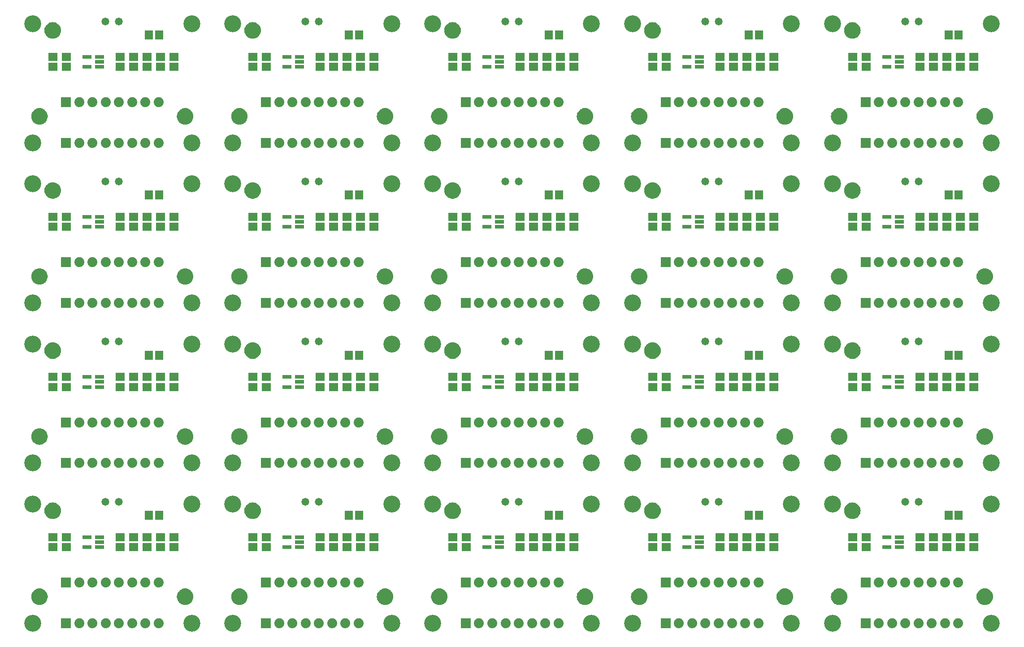
<source format=gbr>
G04 Panel Editor  V12.2 (Build 1133) Date:  Mon Apr 13 15:19:44 2020 *
G04 Database: C:\Users\sergey\Documents\EAGLE\projects\Led_amp\export\CAMOutputs\Panel\Led_amp.cam *
G04 Layer 10: soldermask_top.gbr *
%FSLAX34Y34*%
%MOMM*%
%SFA1.000B1.000*%

%MIA0B0*%
%IPPOS*%
%ADD24C,3.20320*%
%ADD25C,1.47320*%
%ADD26R,1.87960X1.87960*%
%ADD27C,1.87960*%
%ADD28R,1.70320X1.50320*%
%ADD29R,1.50320X1.70320*%
%ADD72R,1.67640X0.76200*%
%LNsoldermask_top.gbr*%
%SRX1Y1I0J0*%
%LPD*%
%SRX5Y4I37.754J30.254*%
G36*
X310638Y88715D02*
G01X310642Y88781D01*
X310638Y88825*
X310866Y91430*
X310882Y91494*
X310885Y91539*
X311562Y94064*
X311588Y94125*
X311600Y94168*
X312705Y96538*
X312741Y96593*
X312760Y96634*
X314260Y98776*
X314305Y98824*
X314331Y98860*
X316180Y100709*
X316233Y100749*
X316264Y100780*
X318406Y102280*
X318465Y102309*
X318502Y102335*
X320872Y103440*
X320935Y103459*
X320976Y103478*
X323501Y104155*
X323567Y104162*
X323610Y104174*
X326215Y104402*
X326281Y104398*
X326325Y104402*
X328930Y104174*
X328994Y104159*
X329039Y104155*
X331564Y103478*
X331625Y103452*
X331668Y103440*
X334038Y102335*
X334093Y102299*
X334134Y102280*
X336276Y100780*
X336324Y100735*
X336360Y100709*
X338209Y98860*
X338249Y98807*
X338280Y98776*
X339780Y96634*
X339809Y96575*
X339835Y96538*
X340940Y94168*
X340959Y94105*
X340978Y94064*
X341655Y91539*
X341662Y91473*
X341674Y91430*
X341902Y88825*
X341898Y88759*
X341902Y88715*
X341674Y86110*
X341659Y86046*
X341655Y86001*
X340978Y83476*
X340952Y83415*
X340940Y83372*
X339835Y81002*
X339799Y80947*
X339780Y80906*
X338280Y78764*
X338235Y78716*
X338209Y78680*
X336360Y76831*
X336307Y76791*
X336276Y76760*
X334134Y75260*
X334075Y75231*
X334038Y75205*
X331668Y74100*
X331605Y74081*
X331564Y74062*
X329039Y73385*
X328973Y73378*
X328930Y73366*
X326325Y73138*
X326259Y73142*
X326215Y73138*
X323610Y73366*
X323546Y73382*
X323501Y73385*
X320976Y74062*
X320915Y74088*
X320872Y74100*
X318502Y75205*
X318447Y75241*
X318406Y75260*
X316264Y76760*
X316216Y76805*
X316180Y76831*
X314331Y78680*
X314291Y78733*
X314260Y78764*
X312760Y80906*
X312731Y80965*
X312705Y81002*
X311600Y83372*
X311581Y83435*
X311562Y83476*
X310885Y86001*
X310878Y86067*
X310866Y86110*
X310638Y88715*
G37*
G36*
X60638Y251215D02*
G01X60642Y251281D01*
X60638Y251325*
X60866Y253930*
X60882Y253994*
X60885Y254039*
X61562Y256564*
X61588Y256625*
X61600Y256668*
X62705Y259038*
X62741Y259093*
X62760Y259134*
X64260Y261276*
X64305Y261324*
X64331Y261360*
X66180Y263209*
X66233Y263249*
X66264Y263280*
X68406Y264780*
X68465Y264809*
X68502Y264835*
X70872Y265940*
X70935Y265959*
X70976Y265978*
X73501Y266655*
X73567Y266662*
X73610Y266674*
X76215Y266902*
X76281Y266898*
X76325Y266902*
X78930Y266674*
X78994Y266659*
X79039Y266655*
X81564Y265978*
X81625Y265952*
X81668Y265940*
X84038Y264835*
X84093Y264799*
X84134Y264780*
X86276Y263280*
X86324Y263235*
X86360Y263209*
X88209Y261360*
X88249Y261307*
X88280Y261276*
X89780Y259134*
X89809Y259075*
X89835Y259038*
X90940Y256668*
X90959Y256605*
X90978Y256564*
X91655Y254039*
X91662Y253973*
X91674Y253930*
X91902Y251325*
X91898Y251259*
X91902Y251215*
X91674Y248610*
X91659Y248546*
X91655Y248501*
X90978Y245976*
X90952Y245915*
X90940Y245872*
X89835Y243502*
X89799Y243447*
X89780Y243406*
X88280Y241264*
X88235Y241216*
X88209Y241180*
X86360Y239331*
X86307Y239291*
X86276Y239260*
X84134Y237760*
X84075Y237731*
X84038Y237705*
X81668Y236600*
X81605Y236581*
X81564Y236562*
X79039Y235885*
X78973Y235878*
X78930Y235866*
X76325Y235638*
X76259Y235642*
X76215Y235638*
X73610Y235866*
X73546Y235882*
X73501Y235885*
X70976Y236562*
X70915Y236588*
X70872Y236600*
X68502Y237705*
X68447Y237741*
X68406Y237760*
X66264Y239260*
X66216Y239305*
X66180Y239331*
X64331Y241180*
X64291Y241233*
X64260Y241264*
X62760Y243406*
X62731Y243465*
X62705Y243502*
X61600Y245872*
X61581Y245935*
X61562Y245976*
X60885Y248501*
X60878Y248567*
X60866Y248610*
X60638Y251215*
G37*
G36*
X35638Y88715D02*
G01X35642Y88781D01*
X35638Y88825*
X35866Y91430*
X35882Y91494*
X35885Y91539*
X36562Y94064*
X36588Y94125*
X36600Y94168*
X37705Y96538*
X37741Y96593*
X37760Y96634*
X39260Y98776*
X39305Y98824*
X39331Y98860*
X41180Y100709*
X41233Y100749*
X41264Y100780*
X43406Y102280*
X43465Y102309*
X43502Y102335*
X45872Y103440*
X45935Y103459*
X45976Y103478*
X48501Y104155*
X48567Y104162*
X48610Y104174*
X51215Y104402*
X51281Y104398*
X51325Y104402*
X53930Y104174*
X53994Y104159*
X54039Y104155*
X56564Y103478*
X56625Y103452*
X56668Y103440*
X59038Y102335*
X59093Y102299*
X59134Y102280*
X61276Y100780*
X61324Y100735*
X61360Y100709*
X63209Y98860*
X63249Y98807*
X63280Y98776*
X64780Y96634*
X64809Y96575*
X64835Y96538*
X65940Y94168*
X65959Y94105*
X65978Y94064*
X66655Y91539*
X66662Y91473*
X66674Y91430*
X66902Y88825*
X66898Y88759*
X66902Y88715*
X66674Y86110*
X66659Y86046*
X66655Y86001*
X65978Y83476*
X65952Y83415*
X65940Y83372*
X64835Y81002*
X64799Y80947*
X64780Y80906*
X63280Y78764*
X63235Y78716*
X63209Y78680*
X61360Y76831*
X61307Y76791*
X61276Y76760*
X59134Y75260*
X59075Y75231*
X59038Y75205*
X56668Y74100*
X56605Y74081*
X56564Y74062*
X54039Y73385*
X53973Y73378*
X53930Y73366*
X51325Y73138*
X51259Y73142*
X51215Y73138*
X48610Y73366*
X48546Y73382*
X48501Y73385*
X45976Y74062*
X45915Y74088*
X45872Y74100*
X43502Y75205*
X43447Y75241*
X43406Y75260*
X41264Y76760*
X41216Y76805*
X41180Y76831*
X39331Y78680*
X39291Y78733*
X39260Y78764*
X37760Y80906*
X37731Y80965*
X37705Y81002*
X36600Y83372*
X36581Y83435*
X36562Y83476*
X35885Y86001*
X35878Y86067*
X35866Y86110*
X35638Y88715*
G37*
G54D24*
X38770Y38770D03*
X338770D03*
X38770Y263770D03*
X338770D03*
G54D28*
X305470Y182470D03*
Y201470D03*
G54D29*
X258070Y242570D03*
X277070D03*
G54D25*
X201470Y268170D03*
X176070D03*
G54D28*
X102270Y182470D03*
Y201470D03*
X203870Y182470D03*
Y201470D03*
X254670Y182470D03*
Y201470D03*
X280070D03*
Y182470D03*
G54D72*
X165008Y182572D03*
Y191970D03*
Y201368D03*
X141132D03*
Y182572D03*
G54D28*
X76870Y201470D03*
Y182470D03*
X229270D03*
Y201470D03*
G54D26*
X101270Y115570D03*
G54D27*
X126270D03*
X151270D03*
X176270D03*
X201270D03*
X226270D03*
X251270D03*
X276270D03*
G54D26*
X101270Y38770D03*
G54D27*
X126270D03*
X151270D03*
X176270D03*
X201270D03*
X226270D03*
X251270D03*
X276270D03*
M02*

</source>
